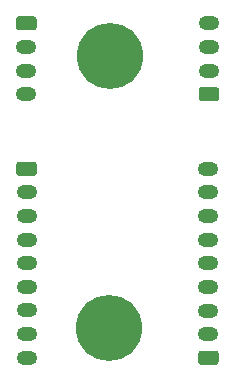
<source format=gbr>
%TF.GenerationSoftware,KiCad,Pcbnew,(5.1.9)-1*%
%TF.CreationDate,2021-03-11T22:21:21-06:00*%
%TF.ProjectId,OpeNITHM-Tower-Extenders__Right-Tower,4f70654e-4954-4484-9d2d-546f7765722d,rev?*%
%TF.SameCoordinates,Original*%
%TF.FileFunction,Copper,L2,Bot*%
%TF.FilePolarity,Positive*%
%FSLAX46Y46*%
G04 Gerber Fmt 4.6, Leading zero omitted, Abs format (unit mm)*
G04 Created by KiCad (PCBNEW (5.1.9)-1) date 2021-03-11 22:21:21*
%MOMM*%
%LPD*%
G01*
G04 APERTURE LIST*
%TA.AperFunction,ComponentPad*%
%ADD10O,1.750000X1.200000*%
%TD*%
%TA.AperFunction,ComponentPad*%
%ADD11C,5.600000*%
%TD*%
G04 APERTURE END LIST*
D10*
%TO.P,J4,9*%
%TO.N,Net-(J3-Pad1)*%
X82140000Y-59180000D03*
%TO.P,J4,8*%
%TO.N,Net-(J3-Pad2)*%
X82140000Y-61180000D03*
%TO.P,J4,7*%
%TO.N,Net-(J3-Pad3)*%
X82140000Y-63180000D03*
%TO.P,J4,6*%
%TO.N,Net-(J3-Pad4)*%
X82140000Y-65180000D03*
%TO.P,J4,5*%
%TO.N,Net-(J3-Pad5)*%
X82140000Y-67180000D03*
%TO.P,J4,4*%
%TO.N,Net-(J3-Pad6)*%
X82140000Y-69180000D03*
%TO.P,J4,3*%
%TO.N,Net-(J3-Pad7)*%
X82140000Y-71180000D03*
%TO.P,J4,2*%
%TO.N,Net-(J3-Pad8)*%
X82140000Y-73180000D03*
%TO.P,J4,1*%
%TO.N,Net-(J3-Pad9)*%
%TA.AperFunction,ComponentPad*%
G36*
G01*
X82765001Y-75780000D02*
X81514999Y-75780000D01*
G75*
G02*
X81265000Y-75530001I0J249999D01*
G01*
X81265000Y-74829999D01*
G75*
G02*
X81514999Y-74580000I249999J0D01*
G01*
X82765001Y-74580000D01*
G75*
G02*
X83015000Y-74829999I0J-249999D01*
G01*
X83015000Y-75530001D01*
G75*
G02*
X82765001Y-75780000I-249999J0D01*
G01*
G37*
%TD.AperFunction*%
%TD*%
%TO.P,J3,9*%
%TO.N,Net-(J3-Pad9)*%
X66742000Y-75173000D03*
%TO.P,J3,8*%
%TO.N,Net-(J3-Pad8)*%
X66742000Y-73173000D03*
%TO.P,J3,7*%
%TO.N,Net-(J3-Pad7)*%
X66742000Y-71173000D03*
%TO.P,J3,6*%
%TO.N,Net-(J3-Pad6)*%
X66742000Y-69173000D03*
%TO.P,J3,5*%
%TO.N,Net-(J3-Pad5)*%
X66742000Y-67173000D03*
%TO.P,J3,4*%
%TO.N,Net-(J3-Pad4)*%
X66742000Y-65173000D03*
%TO.P,J3,3*%
%TO.N,Net-(J3-Pad3)*%
X66742000Y-63173000D03*
%TO.P,J3,2*%
%TO.N,Net-(J3-Pad2)*%
X66742000Y-61173000D03*
%TO.P,J3,1*%
%TO.N,Net-(J3-Pad1)*%
%TA.AperFunction,ComponentPad*%
G36*
G01*
X66116999Y-58573000D02*
X67367001Y-58573000D01*
G75*
G02*
X67617000Y-58822999I0J-249999D01*
G01*
X67617000Y-59523001D01*
G75*
G02*
X67367001Y-59773000I-249999J0D01*
G01*
X66116999Y-59773000D01*
G75*
G02*
X65867000Y-59523001I0J249999D01*
G01*
X65867000Y-58822999D01*
G75*
G02*
X66116999Y-58573000I249999J0D01*
G01*
G37*
%TD.AperFunction*%
%TD*%
%TO.P,J2,4*%
%TO.N,Net-(J1-Pad1)*%
X82190000Y-46860000D03*
%TO.P,J2,3*%
%TO.N,Net-(J1-Pad2)*%
X82190000Y-48860000D03*
%TO.P,J2,2*%
%TO.N,Net-(J1-Pad3)*%
X82190000Y-50860000D03*
%TO.P,J2,1*%
%TO.N,Net-(J1-Pad4)*%
%TA.AperFunction,ComponentPad*%
G36*
G01*
X82815001Y-53460000D02*
X81564999Y-53460000D01*
G75*
G02*
X81315000Y-53210001I0J249999D01*
G01*
X81315000Y-52509999D01*
G75*
G02*
X81564999Y-52260000I249999J0D01*
G01*
X82815001Y-52260000D01*
G75*
G02*
X83065000Y-52509999I0J-249999D01*
G01*
X83065000Y-53210001D01*
G75*
G02*
X82815001Y-53460000I-249999J0D01*
G01*
G37*
%TD.AperFunction*%
%TD*%
%TO.P,J1,4*%
%TO.N,Net-(J1-Pad4)*%
X66722000Y-52866000D03*
%TO.P,J1,3*%
%TO.N,Net-(J1-Pad3)*%
X66722000Y-50866000D03*
%TO.P,J1,2*%
%TO.N,Net-(J1-Pad2)*%
X66722000Y-48866000D03*
%TO.P,J1,1*%
%TO.N,Net-(J1-Pad1)*%
%TA.AperFunction,ComponentPad*%
G36*
G01*
X66096999Y-46266000D02*
X67347001Y-46266000D01*
G75*
G02*
X67597000Y-46515999I0J-249999D01*
G01*
X67597000Y-47216001D01*
G75*
G02*
X67347001Y-47466000I-249999J0D01*
G01*
X66096999Y-47466000D01*
G75*
G02*
X65847000Y-47216001I0J249999D01*
G01*
X65847000Y-46515999D01*
G75*
G02*
X66096999Y-46266000I249999J0D01*
G01*
G37*
%TD.AperFunction*%
%TD*%
D11*
%TO.P,H2,1*%
%TO.N,N/C*%
X73760000Y-72620000D03*
%TD*%
%TO.P,H1,1*%
%TO.N,N/C*%
X73840000Y-49670000D03*
%TD*%
M02*

</source>
